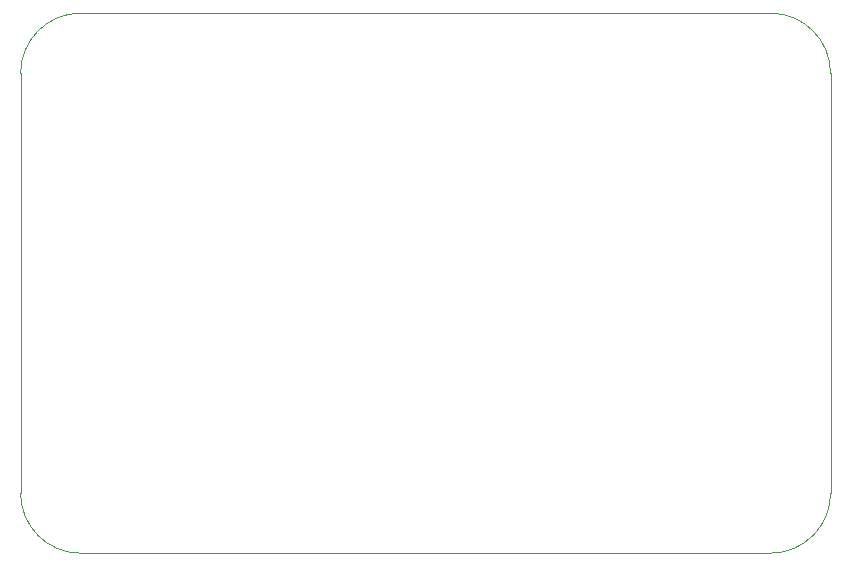
<source format=gm1>
G04 #@! TF.GenerationSoftware,KiCad,Pcbnew,9.0.2*
G04 #@! TF.CreationDate,2025-06-10T21:22:11+02:00*
G04 #@! TF.ProjectId,n-teller,6e2d7465-6c6c-4657-922e-6b696361645f,1.0*
G04 #@! TF.SameCoordinates,Original*
G04 #@! TF.FileFunction,Profile,NP*
%FSLAX46Y46*%
G04 Gerber Fmt 4.6, Leading zero omitted, Abs format (unit mm)*
G04 Created by KiCad (PCBNEW 9.0.2) date 2025-06-10 21:22:11*
%MOMM*%
%LPD*%
G01*
G04 APERTURE LIST*
G04 #@! TA.AperFunction,Profile*
%ADD10C,0.050000*%
G04 #@! TD*
G04 APERTURE END LIST*
D10*
X55880000Y-30480000D02*
G75*
G02*
X60960000Y-25400000I5080000J0D01*
G01*
X60960000Y-25400000D02*
X119380000Y-25400000D01*
X124460000Y-30480000D02*
X124460000Y-66040000D01*
X55880000Y-66040000D02*
X55880000Y-30480000D01*
X124460000Y-66040000D02*
G75*
G02*
X119380000Y-71120000I-5080000J0D01*
G01*
X60960000Y-71120000D02*
G75*
G02*
X55880000Y-66040000I0J5080000D01*
G01*
X119380000Y-71120000D02*
X60960000Y-71120000D01*
X119380000Y-25400000D02*
G75*
G02*
X124460000Y-30480000I0J-5080000D01*
G01*
M02*

</source>
